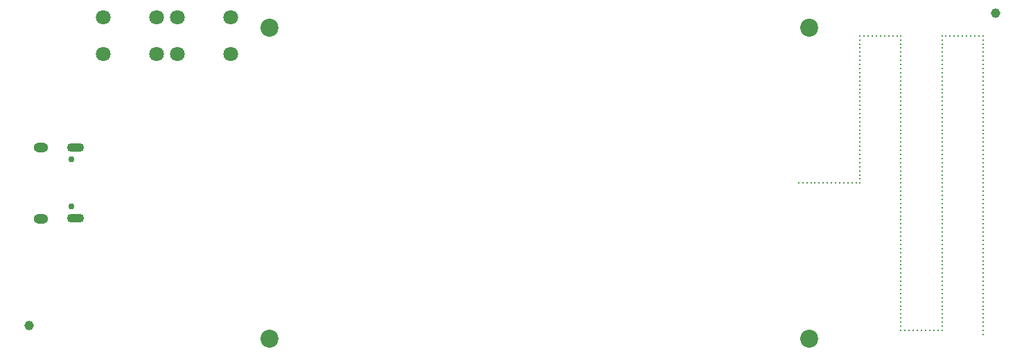
<source format=gbr>
%TF.GenerationSoftware,KiCad,Pcbnew,8.0.4*%
%TF.CreationDate,2024-08-17T13:27:17+02:00*%
%TF.ProjectId,letterboxsensor,6c657474-6572-4626-9f78-73656e736f72,rev?*%
%TF.SameCoordinates,Original*%
%TF.FileFunction,Soldermask,Bot*%
%TF.FilePolarity,Negative*%
%FSLAX46Y46*%
G04 Gerber Fmt 4.6, Leading zero omitted, Abs format (unit mm)*
G04 Created by KiCad (PCBNEW 8.0.4) date 2024-08-17 13:27:17*
%MOMM*%
%LPD*%
G01*
G04 APERTURE LIST*
%ADD10C,2.200000*%
%ADD11C,1.152000*%
%ADD12C,0.750013*%
%ADD13O,2.100000X1.100000*%
%ADD14O,1.800000X1.200000*%
%ADD15C,1.800000*%
%ADD16C,0.300000*%
G04 APERTURE END LIST*
D10*
%TO.C,H4*%
X168000000Y-84000000D03*
%TD*%
%TO.C,H3*%
X168000000Y-46000000D03*
%TD*%
%TO.C,H2*%
X102000000Y-84000000D03*
%TD*%
%TO.C,H1*%
X102000000Y-46000000D03*
%TD*%
D11*
%TO.C,H6*%
X72650000Y-82380000D03*
%TD*%
%TO.C,H5*%
X190730000Y-44200000D03*
%TD*%
D12*
%TO.C,U1*%
X77812948Y-62100965D03*
X77812948Y-67881001D03*
D13*
X78313049Y-60665989D03*
D14*
X74112948Y-60665989D03*
D13*
X78313049Y-69316002D03*
D14*
X74058947Y-69333985D03*
%TD*%
D15*
%TO.C,SW2*%
X90750064Y-44750064D03*
X97249936Y-44750064D03*
X90750064Y-49249936D03*
X97249936Y-49249936D03*
%TD*%
D16*
%TO.C,AE1*%
X189200000Y-47000000D03*
X188700000Y-47000000D03*
X188200000Y-47000000D03*
X187700000Y-47000000D03*
X187200000Y-47000000D03*
X186700000Y-47000000D03*
X186200000Y-47000000D03*
X185700000Y-47000000D03*
X185200000Y-47000000D03*
X184700000Y-47000000D03*
X184200000Y-47000000D03*
X179200000Y-47000000D03*
X178700000Y-47000000D03*
X178200000Y-47000000D03*
X177700000Y-47000000D03*
X177200000Y-47000000D03*
X176700000Y-47000000D03*
X176200000Y-47000000D03*
X175700000Y-47000000D03*
X175200000Y-47000000D03*
X174700000Y-47000000D03*
X174200000Y-47000000D03*
X189200000Y-47500000D03*
X184200000Y-47500000D03*
X179200000Y-47500000D03*
X174200000Y-47500000D03*
X189200000Y-48000000D03*
X184200000Y-48000000D03*
X179200000Y-48000000D03*
X174200000Y-48000000D03*
X189200000Y-48500000D03*
X184200000Y-48500000D03*
X179200000Y-48500000D03*
X174200000Y-48500000D03*
X189200000Y-49000000D03*
X184200000Y-49000000D03*
X179200000Y-49000000D03*
X174200000Y-49000000D03*
X189200000Y-49500000D03*
X184200000Y-49500000D03*
X179200000Y-49500000D03*
X174200000Y-49500000D03*
X189200000Y-50000000D03*
X184200000Y-50000000D03*
X179200000Y-50000000D03*
X174200000Y-50000000D03*
X189200000Y-50500000D03*
X184200000Y-50500000D03*
X179200000Y-50500000D03*
X174200000Y-50500000D03*
X189200000Y-51000000D03*
X184200000Y-51000000D03*
X179200000Y-51000000D03*
X174200000Y-51000000D03*
X189200000Y-51500000D03*
X184200000Y-51500000D03*
X179200000Y-51500000D03*
X174200000Y-51500000D03*
X189200000Y-52000000D03*
X184200000Y-52000000D03*
X179200000Y-52000000D03*
X174200000Y-52000000D03*
X189200000Y-52500000D03*
X184200000Y-52500000D03*
X179200000Y-52500000D03*
X174200000Y-52500000D03*
X189200000Y-53000000D03*
X184200000Y-53000000D03*
X179200000Y-53000000D03*
X174200000Y-53000000D03*
X189200000Y-53500000D03*
X184200000Y-53500000D03*
X179200000Y-53500000D03*
X174200000Y-53500000D03*
X189200000Y-54000000D03*
X184200000Y-54000000D03*
X179200000Y-54000000D03*
X174200000Y-54000000D03*
X189200000Y-54500000D03*
X184200000Y-54500000D03*
X179200000Y-54500000D03*
X174200000Y-54500000D03*
X189200000Y-55000000D03*
X184200000Y-55000000D03*
X179200000Y-55000000D03*
X174200000Y-55000000D03*
X189200000Y-55500000D03*
X184200000Y-55500000D03*
X179200000Y-55500000D03*
X174200000Y-55500000D03*
X189200000Y-56000000D03*
X184200000Y-56000000D03*
X179200000Y-56000000D03*
X174200000Y-56000000D03*
X189200000Y-56500000D03*
X184200000Y-56500000D03*
X179200000Y-56500000D03*
X174200000Y-56500000D03*
X189200000Y-57000000D03*
X184200000Y-57000000D03*
X179200000Y-57000000D03*
X174200000Y-57000000D03*
X189200000Y-57500000D03*
X184200000Y-57500000D03*
X179200000Y-57500000D03*
X174200000Y-57500000D03*
X189200000Y-58000000D03*
X184200000Y-58000000D03*
X179200000Y-58000000D03*
X174200000Y-58000000D03*
X189200000Y-58500000D03*
X184200000Y-58500000D03*
X179200000Y-58500000D03*
X174200000Y-58500000D03*
X189200000Y-59000000D03*
X184200000Y-59000000D03*
X179200000Y-59000000D03*
X174200000Y-59000000D03*
X189200000Y-59500000D03*
X184200000Y-59500000D03*
X179200000Y-59500000D03*
X174200000Y-59500000D03*
X189200000Y-60000000D03*
X184200000Y-60000000D03*
X179200000Y-60000000D03*
X174200000Y-60000000D03*
X189200000Y-60500000D03*
X184200000Y-60500000D03*
X179200000Y-60500000D03*
X174200000Y-60500000D03*
X189200000Y-61000000D03*
X184200000Y-61000000D03*
X179200000Y-61000000D03*
X174200000Y-61000000D03*
X189200000Y-61500000D03*
X184200000Y-61500000D03*
X179200000Y-61500000D03*
X174200000Y-61500000D03*
X189200000Y-62000000D03*
X184200000Y-62000000D03*
X179200000Y-62000000D03*
X174200000Y-62000000D03*
X189200000Y-62500000D03*
X184200000Y-62500000D03*
X179200000Y-62500000D03*
X174200000Y-62500000D03*
X189200000Y-63000000D03*
X184200000Y-63000000D03*
X179200000Y-63000000D03*
X174200000Y-63000000D03*
X189200000Y-63500000D03*
X184200000Y-63500000D03*
X179200000Y-63500000D03*
X174200000Y-63500000D03*
X189200000Y-64000000D03*
X184200000Y-64000000D03*
X179200000Y-64000000D03*
X174200000Y-64000000D03*
X189200000Y-64500000D03*
X184200000Y-64500000D03*
X179200000Y-64500000D03*
X174200000Y-64500000D03*
X189200000Y-65000000D03*
X184200000Y-65000000D03*
X179200000Y-65000000D03*
X174200000Y-65000000D03*
X173700000Y-65000000D03*
X173200000Y-65000000D03*
X172700000Y-65000000D03*
X172200000Y-65000000D03*
X171700000Y-65000000D03*
X171200000Y-65000000D03*
X170700000Y-65000000D03*
X170200000Y-65000000D03*
X169700000Y-65000000D03*
X169200000Y-65000000D03*
X168700000Y-65000000D03*
X168200000Y-65000000D03*
X167700000Y-65000000D03*
X167200000Y-65000000D03*
X166700000Y-65000000D03*
X189200000Y-65500000D03*
X184200000Y-65500000D03*
X179200000Y-65500000D03*
X189200000Y-66000000D03*
X184200000Y-66000000D03*
X179200000Y-66000000D03*
X189200000Y-66500000D03*
X184200000Y-66500000D03*
X179200000Y-66500000D03*
X189200000Y-67000000D03*
X184200000Y-67000000D03*
X179200000Y-67000000D03*
X189200000Y-67500000D03*
X184200000Y-67500000D03*
X179200000Y-67500000D03*
X189200000Y-68000000D03*
X184200000Y-68000000D03*
X179200000Y-68000000D03*
X189200000Y-68500000D03*
X184200000Y-68500000D03*
X179200000Y-68500000D03*
X189200000Y-69000000D03*
X184200000Y-69000000D03*
X179200000Y-69000000D03*
X189200000Y-69500000D03*
X184200000Y-69500000D03*
X179200000Y-69500000D03*
X189200000Y-70000000D03*
X184200000Y-70000000D03*
X179200000Y-70000000D03*
X189200000Y-70500000D03*
X184200000Y-70500000D03*
X179200000Y-70500000D03*
X189200000Y-71000000D03*
X184200000Y-71000000D03*
X179200000Y-71000000D03*
X189200000Y-71500000D03*
X184200000Y-71500000D03*
X179200000Y-71500000D03*
X189200000Y-72000000D03*
X184200000Y-72000000D03*
X179200000Y-72000000D03*
X189200000Y-72500000D03*
X184200000Y-72500000D03*
X179200000Y-72500000D03*
X189200000Y-73000000D03*
X184200000Y-73000000D03*
X179200000Y-73000000D03*
X189200000Y-73500000D03*
X184200000Y-73500000D03*
X179200000Y-73500000D03*
X189200000Y-74000000D03*
X184200000Y-74000000D03*
X179200000Y-74000000D03*
X189200000Y-74500000D03*
X184200000Y-74500000D03*
X179200000Y-74500000D03*
X189200000Y-75000000D03*
X184200000Y-75000000D03*
X179200000Y-75000000D03*
X189200000Y-75500000D03*
X184200000Y-75500000D03*
X179200000Y-75500000D03*
X189200000Y-76000000D03*
X184200000Y-76000000D03*
X179200000Y-76000000D03*
X189200000Y-76500000D03*
X184200000Y-76500000D03*
X179200000Y-76500000D03*
X189200000Y-77000000D03*
X184200000Y-77000000D03*
X179200000Y-77000000D03*
X189200000Y-77500000D03*
X184200000Y-77500000D03*
X179200000Y-77500000D03*
X189200000Y-78000000D03*
X184200000Y-78000000D03*
X179200000Y-78000000D03*
X189200000Y-78500000D03*
X184200000Y-78500000D03*
X179200000Y-78500000D03*
X189200000Y-79000000D03*
X184200000Y-79000000D03*
X179200000Y-79000000D03*
X189200000Y-79500000D03*
X184200000Y-79500000D03*
X179200000Y-79500000D03*
X189200000Y-80000000D03*
X184200000Y-80000000D03*
X179200000Y-80000000D03*
X189200000Y-80500000D03*
X184200000Y-80500000D03*
X179200000Y-80500000D03*
X189200000Y-81000000D03*
X184200000Y-81000000D03*
X179200000Y-81000000D03*
X189200000Y-81500000D03*
X184200000Y-81500000D03*
X179200000Y-81500000D03*
X189200000Y-82000000D03*
X184200000Y-82000000D03*
X179200000Y-82000000D03*
X189200000Y-82500000D03*
X184200000Y-82500000D03*
X179200000Y-82500000D03*
X189200000Y-83000000D03*
X184200000Y-83000000D03*
X183700000Y-83000000D03*
X183200000Y-83000000D03*
X182700000Y-83000000D03*
X182200000Y-83000000D03*
X181700000Y-83000000D03*
X181200000Y-83000000D03*
X180700000Y-83000000D03*
X180200000Y-83000000D03*
X179700000Y-83000000D03*
X179200000Y-83000000D03*
X189200000Y-83500000D03*
%TD*%
D15*
%TO.C,SW1*%
X81750064Y-44750064D03*
X88249936Y-44750064D03*
X81750064Y-49249936D03*
X88249936Y-49249936D03*
%TD*%
M02*

</source>
